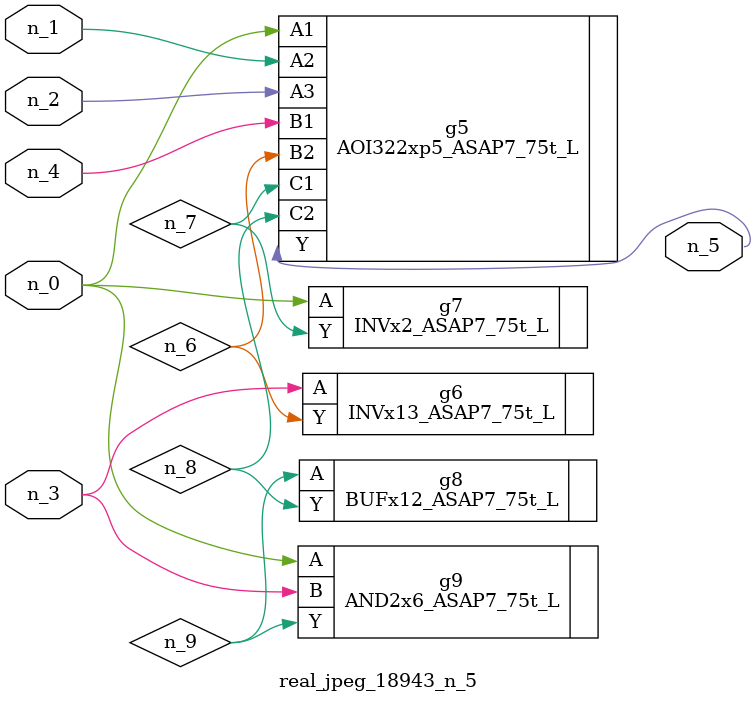
<source format=v>
module real_jpeg_18943_n_5 (n_4, n_0, n_1, n_2, n_3, n_5);

input n_4;
input n_0;
input n_1;
input n_2;
input n_3;

output n_5;

wire n_8;
wire n_6;
wire n_7;
wire n_9;

AOI322xp5_ASAP7_75t_L g5 ( 
.A1(n_0),
.A2(n_1),
.A3(n_2),
.B1(n_4),
.B2(n_6),
.C1(n_7),
.C2(n_8),
.Y(n_5)
);

INVx2_ASAP7_75t_L g7 ( 
.A(n_0),
.Y(n_7)
);

AND2x6_ASAP7_75t_L g9 ( 
.A(n_0),
.B(n_3),
.Y(n_9)
);

INVx13_ASAP7_75t_L g6 ( 
.A(n_3),
.Y(n_6)
);

BUFx12_ASAP7_75t_L g8 ( 
.A(n_9),
.Y(n_8)
);


endmodule
</source>
